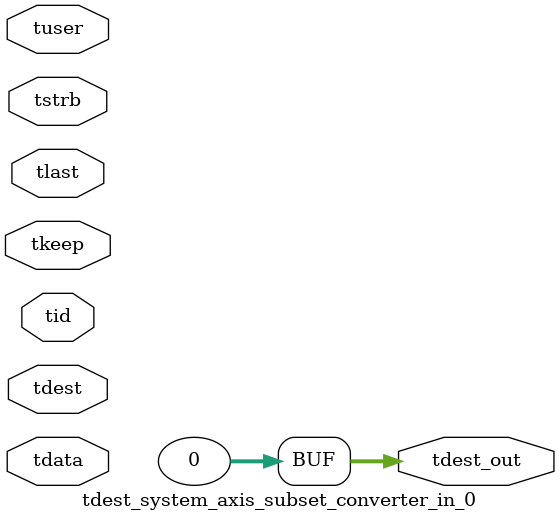
<source format=v>


`timescale 1ps/1ps

module tdest_system_axis_subset_converter_in_0 #
(
parameter C_S_AXIS_TDATA_WIDTH = 32,
parameter C_S_AXIS_TUSER_WIDTH = 0,
parameter C_S_AXIS_TID_WIDTH   = 0,
parameter C_S_AXIS_TDEST_WIDTH = 0,
parameter C_M_AXIS_TDEST_WIDTH = 32
)
(
input  [(C_S_AXIS_TDATA_WIDTH == 0 ? 1 : C_S_AXIS_TDATA_WIDTH)-1:0     ] tdata,
input  [(C_S_AXIS_TUSER_WIDTH == 0 ? 1 : C_S_AXIS_TUSER_WIDTH)-1:0     ] tuser,
input  [(C_S_AXIS_TID_WIDTH   == 0 ? 1 : C_S_AXIS_TID_WIDTH)-1:0       ] tid,
input  [(C_S_AXIS_TDEST_WIDTH == 0 ? 1 : C_S_AXIS_TDEST_WIDTH)-1:0     ] tdest,
input  [(C_S_AXIS_TDATA_WIDTH/8)-1:0 ] tkeep,
input  [(C_S_AXIS_TDATA_WIDTH/8)-1:0 ] tstrb,
input                                                                    tlast,
output [C_M_AXIS_TDEST_WIDTH-1:0] tdest_out
);

assign tdest_out = {1'b0};

endmodule


</source>
